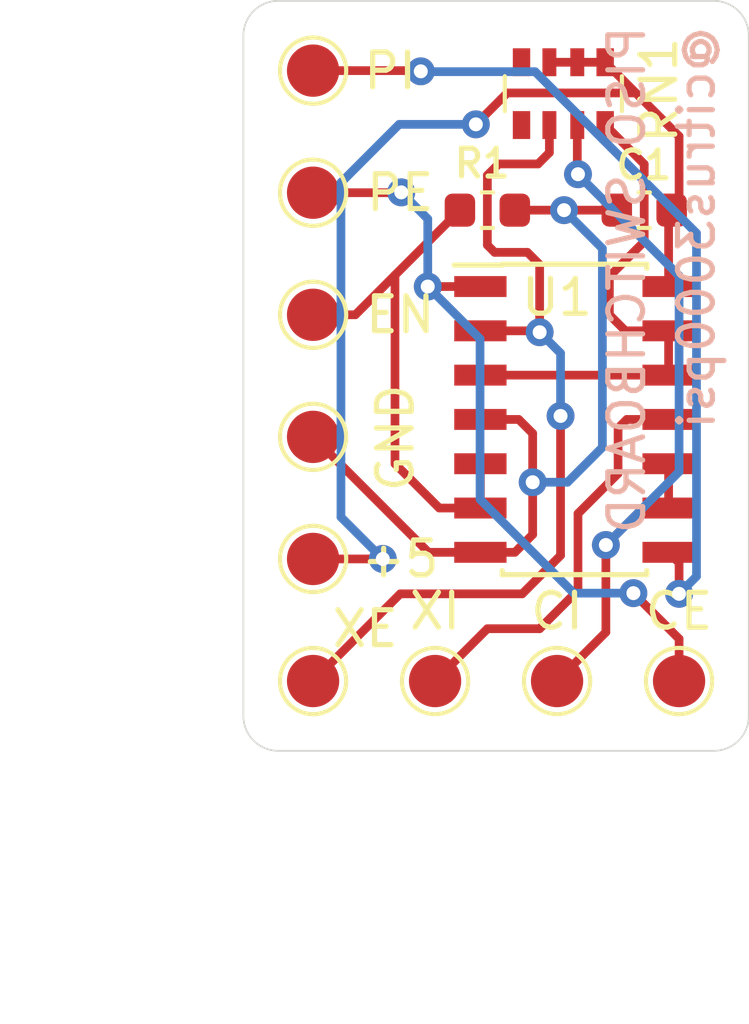
<source format=kicad_pcb>
(kicad_pcb (version 20171130) (host pcbnew "(5.1.0)-1")

  (general
    (thickness 1.6)
    (drawings 10)
    (tracks 114)
    (zones 0)
    (modules 13)
    (nets 12)
  )

  (page A4)
  (layers
    (0 F.Cu signal)
    (31 B.Cu signal)
    (32 B.Adhes user)
    (33 F.Adhes user)
    (34 B.Paste user)
    (35 F.Paste user)
    (36 B.SilkS user)
    (37 F.SilkS user)
    (38 B.Mask user)
    (39 F.Mask user)
    (40 Dwgs.User user)
    (41 Cmts.User user)
    (42 Eco1.User user)
    (43 Eco2.User user)
    (44 Edge.Cuts user)
    (45 Margin user)
    (46 B.CrtYd user)
    (47 F.CrtYd user)
    (48 B.Fab user)
    (49 F.Fab user hide)
  )

  (setup
    (last_trace_width 0.25)
    (trace_clearance 0.2)
    (zone_clearance 0.508)
    (zone_45_only no)
    (trace_min 0.2)
    (via_size 0.8)
    (via_drill 0.4)
    (via_min_size 0.4)
    (via_min_drill 0.3)
    (uvia_size 0.3)
    (uvia_drill 0.1)
    (uvias_allowed no)
    (uvia_min_size 0.2)
    (uvia_min_drill 0.1)
    (edge_width 0.05)
    (segment_width 0.2)
    (pcb_text_width 0.3)
    (pcb_text_size 1.5 1.5)
    (mod_edge_width 0.12)
    (mod_text_size 1 1)
    (mod_text_width 0.15)
    (pad_size 1.5 0.6)
    (pad_drill 0)
    (pad_to_mask_clearance 0.051)
    (solder_mask_min_width 0.25)
    (aux_axis_origin 0 0)
    (visible_elements FFFFEF7F)
    (pcbplotparams
      (layerselection 0x010f0_ffffffff)
      (usegerberextensions true)
      (usegerberattributes false)
      (usegerberadvancedattributes false)
      (creategerberjobfile false)
      (excludeedgelayer true)
      (linewidth 0.100000)
      (plotframeref false)
      (viasonmask false)
      (mode 1)
      (useauxorigin false)
      (hpglpennumber 1)
      (hpglpenspeed 20)
      (hpglpendiameter 15.000000)
      (psnegative false)
      (psa4output false)
      (plotreference true)
      (plotvalue true)
      (plotinvisibletext false)
      (padsonsilk false)
      (subtractmaskfromsilk false)
      (outputformat 1)
      (mirror false)
      (drillshape 0)
      (scaleselection 1)
      (outputdirectory "Gerber"))
  )

  (net 0 "")
  (net 1 /+5)
  (net 2 /GND)
  (net 3 /EN)
  (net 4 "Net-(RN1-Pad1)")
  (net 5 "Net-(RN1-Pad4)")
  (net 6 /XE)
  (net 7 /CI)
  (net 8 "Net-(RN1-Pad8)")
  (net 9 /CE)
  (net 10 /PI)
  (net 11 /XI)

  (net_class Default "This is the default net class."
    (clearance 0.2)
    (trace_width 0.25)
    (via_dia 0.8)
    (via_drill 0.4)
    (uvia_dia 0.3)
    (uvia_drill 0.1)
    (add_net /+5)
    (add_net /CE)
    (add_net /CI)
    (add_net /EN)
    (add_net /GND)
    (add_net /PI)
    (add_net /XE)
    (add_net /XI)
    (add_net "Net-(RN1-Pad1)")
    (add_net "Net-(RN1-Pad4)")
    (add_net "Net-(RN1-Pad8)")
  )

  (module TestPoint:TestPoint_Pad_D1.5mm (layer F.Cu) (tedit 5A0F774F) (tstamp 5E99518E)
    (at 112 124)
    (descr "SMD pad as test Point, diameter 1.5mm")
    (tags "test point SMD pad")
    (path /5E9B203C)
    (attr virtual)
    (fp_text reference J1 (at -5.5 -1.648) (layer F.SilkS) hide
      (effects (font (size 1 1) (thickness 0.15)))
    )
    (fp_text value PE (at 2.5 0) (layer F.SilkS)
      (effects (font (size 1 1) (thickness 0.15)))
    )
    (fp_text user %R (at -5.5 -0.5) (layer F.Fab)
      (effects (font (size 1 1) (thickness 0.15)))
    )
    (fp_circle (center 0 0) (end 1.25 0) (layer F.CrtYd) (width 0.05))
    (fp_circle (center 0 0) (end 0 0.95) (layer F.SilkS) (width 0.12))
    (pad 1 smd circle (at 0 0) (size 1.5 1.5) (layers F.Cu F.Mask)
      (net 9 /CE))
  )

  (module Capacitor_SMD:C_0603_1608Metric (layer F.Cu) (tedit 5B301BBE) (tstamp 5E98B2EE)
    (at 121.5 124.5 180)
    (descr "Capacitor SMD 0603 (1608 Metric), square (rectangular) end terminal, IPC_7351 nominal, (Body size source: http://www.tortai-tech.com/upload/download/2011102023233369053.pdf), generated with kicad-footprint-generator")
    (tags capacitor)
    (path /5E9999C8)
    (attr smd)
    (fp_text reference C1 (at 0.01 1.29 180) (layer F.SilkS)
      (effects (font (size 0.8 0.8) (thickness 0.15)))
    )
    (fp_text value .1u (at 0 1.43 180) (layer F.Fab)
      (effects (font (size 1 1) (thickness 0.15)))
    )
    (fp_line (start -0.8 0.4) (end -0.8 -0.4) (layer F.Fab) (width 0.1))
    (fp_line (start -0.8 -0.4) (end 0.8 -0.4) (layer F.Fab) (width 0.1))
    (fp_line (start 0.8 -0.4) (end 0.8 0.4) (layer F.Fab) (width 0.1))
    (fp_line (start 0.8 0.4) (end -0.8 0.4) (layer F.Fab) (width 0.1))
    (fp_line (start -0.162779 -0.51) (end 0.162779 -0.51) (layer F.SilkS) (width 0.12))
    (fp_line (start -0.162779 0.51) (end 0.162779 0.51) (layer F.SilkS) (width 0.12))
    (fp_line (start -1.48 0.73) (end -1.48 -0.73) (layer F.CrtYd) (width 0.05))
    (fp_line (start -1.48 -0.73) (end 1.48 -0.73) (layer F.CrtYd) (width 0.05))
    (fp_line (start 1.48 -0.73) (end 1.48 0.73) (layer F.CrtYd) (width 0.05))
    (fp_line (start 1.48 0.73) (end -1.48 0.73) (layer F.CrtYd) (width 0.05))
    (fp_text user %R (at 0 0 180) (layer F.Fab)
      (effects (font (size 0.4 0.4) (thickness 0.06)))
    )
    (pad 1 smd roundrect (at -0.7875 0 180) (size 0.875 0.95) (layers F.Cu F.Paste F.Mask) (roundrect_rratio 0.25)
      (net 1 /+5))
    (pad 2 smd roundrect (at 0.7875 0 180) (size 0.875 0.95) (layers F.Cu F.Paste F.Mask) (roundrect_rratio 0.25)
      (net 2 /GND))
    (model ${KISYS3DMOD}/Capacitor_SMD.3dshapes/C_0603_1608Metric.wrl
      (at (xyz 0 0 0))
      (scale (xyz 1 1 1))
      (rotate (xyz 0 0 0))
    )
  )

  (module Resistor_SMD:R_0603_1608Metric (layer F.Cu) (tedit 5B301BBD) (tstamp 5E98B2FF)
    (at 117 124.5)
    (descr "Resistor SMD 0603 (1608 Metric), square (rectangular) end terminal, IPC_7351 nominal, (Body size source: http://www.tortai-tech.com/upload/download/2011102023233369053.pdf), generated with kicad-footprint-generator")
    (tags resistor)
    (path /5E998C4A)
    (attr smd)
    (fp_text reference R1 (at -0.15 -1.34 180) (layer F.SilkS)
      (effects (font (size 0.8 0.8) (thickness 0.15)))
    )
    (fp_text value 47K (at 0 1.43) (layer F.Fab)
      (effects (font (size 1 1) (thickness 0.15)))
    )
    (fp_line (start -0.8 0.4) (end -0.8 -0.4) (layer F.Fab) (width 0.1))
    (fp_line (start -0.8 -0.4) (end 0.8 -0.4) (layer F.Fab) (width 0.1))
    (fp_line (start 0.8 -0.4) (end 0.8 0.4) (layer F.Fab) (width 0.1))
    (fp_line (start 0.8 0.4) (end -0.8 0.4) (layer F.Fab) (width 0.1))
    (fp_line (start -0.162779 -0.51) (end 0.162779 -0.51) (layer F.SilkS) (width 0.12))
    (fp_line (start -0.162779 0.51) (end 0.162779 0.51) (layer F.SilkS) (width 0.12))
    (fp_line (start -1.48 0.73) (end -1.48 -0.73) (layer F.CrtYd) (width 0.05))
    (fp_line (start -1.48 -0.73) (end 1.48 -0.73) (layer F.CrtYd) (width 0.05))
    (fp_line (start 1.48 -0.73) (end 1.48 0.73) (layer F.CrtYd) (width 0.05))
    (fp_line (start 1.48 0.73) (end -1.48 0.73) (layer F.CrtYd) (width 0.05))
    (fp_text user %R (at 0 0) (layer F.Fab)
      (effects (font (size 0.4 0.4) (thickness 0.06)))
    )
    (pad 1 smd roundrect (at -0.7875 0) (size 0.875 0.95) (layers F.Cu F.Paste F.Mask) (roundrect_rratio 0.25)
      (net 3 /EN))
    (pad 2 smd roundrect (at 0.7875 0) (size 0.875 0.95) (layers F.Cu F.Paste F.Mask) (roundrect_rratio 0.25)
      (net 2 /GND))
    (model ${KISYS3DMOD}/Resistor_SMD.3dshapes/R_0603_1608Metric.wrl
      (at (xyz 0 0 0))
      (scale (xyz 1 1 1))
      (rotate (xyz 0 0 0))
    )
  )

  (module Package_SO:SOIC-14_3.9x8.7mm_P1.27mm (layer F.Cu) (tedit 5E98C1B1) (tstamp 5E98B339)
    (at 119.5 130.5)
    (descr "14-Lead Plastic Small Outline (SL) - Narrow, 3.90 mm Body [SOIC] (see Microchip Packaging Specification 00000049BS.pdf)")
    (tags "SOIC 1.27")
    (path /5E98AD9B)
    (attr smd)
    (fp_text reference U1 (at -0.5 -3.5) (layer F.SilkS)
      (effects (font (size 1 1) (thickness 0.15)))
    )
    (fp_text value 4066 (at 0 5.375) (layer F.Fab)
      (effects (font (size 1 1) (thickness 0.15)))
    )
    (fp_text user %R (at 0 0) (layer F.Fab)
      (effects (font (size 0.9 0.9) (thickness 0.135)))
    )
    (fp_line (start -0.95 -4.35) (end 1.95 -4.35) (layer F.Fab) (width 0.15))
    (fp_line (start 1.95 -4.35) (end 1.95 4.35) (layer F.Fab) (width 0.15))
    (fp_line (start 1.95 4.35) (end -1.95 4.35) (layer F.Fab) (width 0.15))
    (fp_line (start -1.95 4.35) (end -1.95 -3.35) (layer F.Fab) (width 0.15))
    (fp_line (start -1.95 -3.35) (end -0.95 -4.35) (layer F.Fab) (width 0.15))
    (fp_line (start -3.7 -4.65) (end -3.7 4.65) (layer F.CrtYd) (width 0.05))
    (fp_line (start 3.7 -4.65) (end 3.7 4.65) (layer F.CrtYd) (width 0.05))
    (fp_line (start -3.7 -4.65) (end 3.7 -4.65) (layer F.CrtYd) (width 0.05))
    (fp_line (start -3.7 4.65) (end 3.7 4.65) (layer F.CrtYd) (width 0.05))
    (fp_line (start -2.075 -4.45) (end -2.075 -4.425) (layer F.SilkS) (width 0.15))
    (fp_line (start 2.075 -4.45) (end 2.075 -4.335) (layer F.SilkS) (width 0.15))
    (fp_line (start 2.075 4.45) (end 2.075 4.335) (layer F.SilkS) (width 0.15))
    (fp_line (start -2.075 4.45) (end -2.075 4.335) (layer F.SilkS) (width 0.15))
    (fp_line (start -2.075 -4.45) (end 2.075 -4.45) (layer F.SilkS) (width 0.15))
    (fp_line (start -2.075 4.45) (end 2.075 4.45) (layer F.SilkS) (width 0.15))
    (fp_line (start -2.075 -4.425) (end -3.45 -4.425) (layer F.SilkS) (width 0.15))
    (pad 1 smd rect (at -2.7 -3.81) (size 1.5 0.6) (layers F.Cu F.Paste F.Mask)
      (net 9 /CE))
    (pad 2 smd rect (at -2.7 -2.54) (size 1.5 0.6) (layers F.Cu F.Paste F.Mask)
      (net 6 /XE))
    (pad 3 smd rect (at -2.7 -1.27) (size 1.5 0.6) (layers F.Cu F.Paste F.Mask)
      (net 5 "Net-(RN1-Pad4)"))
    (pad 4 smd rect (at -2.7 0) (size 1.5 0.6) (layers F.Cu F.Paste F.Mask)
      (net 2 /GND))
    (pad 5 smd rect (at -2.7 1.27) (size 1.5 0.6) (layers F.Cu F.Paste F.Mask)
      (net 3 /EN))
    (pad 6 smd rect (at -2.7 2.54) (size 1.5 0.6) (layers F.Cu F.Paste F.Mask)
      (net 3 /EN))
    (pad 7 smd rect (at -2.7 3.81) (size 1.5 0.6) (layers F.Cu F.Paste F.Mask)
      (net 2 /GND))
    (pad 8 smd rect (at 2.7 3.81) (size 1.5 0.6) (layers F.Cu F.Paste F.Mask)
      (net 10 /PI))
    (pad 9 smd rect (at 2.7 2.54) (size 1.5 0.6) (layers F.Cu F.Paste F.Mask)
      (net 7 /CI))
    (pad 10 smd rect (at 2.7 1.27) (size 1.5 0.6) (layers F.Cu F.Paste F.Mask)
      (net 7 /CI))
    (pad 11 smd rect (at 2.7 0) (size 1.5 0.6) (layers F.Cu F.Paste F.Mask)
      (net 11 /XI))
    (pad 12 smd rect (at 2.7 -1.27) (size 1.5 0.6) (layers F.Cu F.Paste F.Mask)
      (net 5 "Net-(RN1-Pad4)"))
    (pad 13 smd rect (at 2.7 -2.54) (size 1.5 0.6) (layers F.Cu F.Paste F.Mask)
      (net 5 "Net-(RN1-Pad4)"))
    (pad 14 smd rect (at 2.7 -3.81) (size 1.5 0.6) (layers F.Cu F.Paste F.Mask)
      (net 1 /+5))
    (model ${KISYS3DMOD}/Package_SO.3dshapes/SOIC-14_3.9x8.7mm_P1.27mm.wrl
      (at (xyz 0 0 0))
      (scale (xyz 1 1 1))
      (rotate (xyz 0 0 0))
    )
  )

  (module TestPoint:TestPoint_Pad_D1.5mm (layer F.Cu) (tedit 5A0F774F) (tstamp 5E994C5B)
    (at 122.5 138)
    (descr "SMD pad as test Point, diameter 1.5mm")
    (tags "test point SMD pad")
    (path /5E9B2E02)
    (attr virtual)
    (fp_text reference J2 (at 0 5) (layer F.SilkS) hide
      (effects (font (size 1 1) (thickness 0.15)))
    )
    (fp_text value CE (at 0 -2) (layer F.SilkS)
      (effects (font (size 1 1) (thickness 0.15)))
    )
    (fp_text user %R (at 0 8) (layer F.Fab)
      (effects (font (size 1 1) (thickness 0.15)))
    )
    (fp_circle (center 0 0) (end 1.25 0) (layer F.CrtYd) (width 0.05))
    (fp_circle (center 0 0) (end 0 0.95) (layer F.SilkS) (width 0.12))
    (pad 1 smd circle (at 0 0) (size 1.5 1.5) (layers F.Cu F.Mask)
      (net 9 /CE))
  )

  (module TestPoint:TestPoint_Pad_D1.5mm (layer F.Cu) (tedit 5A0F774F) (tstamp 5E995D2F)
    (at 115.5 138)
    (descr "SMD pad as test Point, diameter 1.5mm")
    (tags "test point SMD pad")
    (path /5E9B4617)
    (attr virtual)
    (fp_text reference J3 (at 0 6) (layer F.SilkS) hide
      (effects (font (size 1 1) (thickness 0.15)))
    )
    (fp_text value XI (at 0 -2) (layer F.SilkS)
      (effects (font (size 1 1) (thickness 0.15)))
    )
    (fp_circle (center 0 0) (end 0 0.95) (layer F.SilkS) (width 0.12))
    (fp_circle (center 0 0) (end 1.25 0) (layer F.CrtYd) (width 0.05))
    (fp_text user %R (at 0 8) (layer F.Fab)
      (effects (font (size 1 1) (thickness 0.15)))
    )
    (pad 1 smd circle (at 0 0) (size 1.5 1.5) (layers F.Cu F.Mask)
      (net 11 /XI))
  )

  (module TestPoint:TestPoint_Pad_D1.5mm (layer F.Cu) (tedit 5A0F774F) (tstamp 5E994C6B)
    (at 112 138)
    (descr "SMD pad as test Point, diameter 1.5mm")
    (tags "test point SMD pad")
    (path /5E9B4621)
    (attr virtual)
    (fp_text reference J4 (at -5 -4) (layer F.SilkS) hide
      (effects (font (size 1 1) (thickness 0.15)))
    )
    (fp_text value XE (at 1.5 -1.5) (layer F.SilkS)
      (effects (font (size 1 1) (thickness 0.15)))
    )
    (fp_text user %R (at -8 -4) (layer F.Fab)
      (effects (font (size 1 1) (thickness 0.15)))
    )
    (fp_circle (center 0 0) (end 1.25 0) (layer F.CrtYd) (width 0.05))
    (fp_circle (center 0 0) (end 0 0.95) (layer F.SilkS) (width 0.12))
    (pad 1 smd circle (at 0 0) (size 1.5 1.5) (layers F.Cu F.Mask)
      (net 6 /XE))
  )

  (module TestPoint:TestPoint_Pad_D1.5mm (layer F.Cu) (tedit 5A0F774F) (tstamp 5E994C73)
    (at 119 138)
    (descr "SMD pad as test Point, diameter 1.5mm")
    (tags "test point SMD pad")
    (path /5E9B6C47)
    (attr virtual)
    (fp_text reference J5 (at 0 5) (layer F.SilkS) hide
      (effects (font (size 1 1) (thickness 0.15)))
    )
    (fp_text value CI (at 0 -2) (layer F.SilkS)
      (effects (font (size 1 1) (thickness 0.15)))
    )
    (fp_circle (center 0 0) (end 0 0.95) (layer F.SilkS) (width 0.12))
    (fp_circle (center 0 0) (end 1.25 0) (layer F.CrtYd) (width 0.05))
    (fp_text user %R (at 0 9) (layer F.Fab)
      (effects (font (size 1 1) (thickness 0.15)))
    )
    (pad 1 smd circle (at 0 0) (size 1.5 1.5) (layers F.Cu F.Mask)
      (net 7 /CI))
  )

  (module TestPoint:TestPoint_Pad_D1.5mm (layer F.Cu) (tedit 5A0F774F) (tstamp 5E994C7B)
    (at 112 127.5)
    (descr "SMD pad as test Point, diameter 1.5mm")
    (tags "test point SMD pad")
    (path /5E9B6C51)
    (attr virtual)
    (fp_text reference J6 (at -7 -1) (layer F.SilkS) hide
      (effects (font (size 1 1) (thickness 0.15)))
    )
    (fp_text value EN (at 2.5 0) (layer F.SilkS)
      (effects (font (size 1 1) (thickness 0.15)))
    )
    (fp_text user %R (at -5 -1) (layer F.Fab)
      (effects (font (size 1 1) (thickness 0.15)))
    )
    (fp_circle (center 0 0) (end 1.25 0) (layer F.CrtYd) (width 0.05))
    (fp_circle (center 0 0) (end 0 0.95) (layer F.SilkS) (width 0.12))
    (pad 1 smd circle (at 0 0) (size 1.5 1.5) (layers F.Cu F.Mask)
      (net 3 /EN))
  )

  (module TestPoint:TestPoint_Pad_D1.5mm (layer F.Cu) (tedit 5A0F774F) (tstamp 5E994C83)
    (at 112 120.5)
    (descr "SMD pad as test Point, diameter 1.5mm")
    (tags "test point SMD pad")
    (path /5E9B6C5B)
    (attr virtual)
    (fp_text reference J7 (at -6 0) (layer F.SilkS) hide
      (effects (font (size 1 1) (thickness 0.15)))
    )
    (fp_text value PI (at 2.21 0.01) (layer F.SilkS)
      (effects (font (size 1 1) (thickness 0.15)))
    )
    (fp_circle (center 0 0) (end 0 0.95) (layer F.SilkS) (width 0.12))
    (fp_circle (center 0 0) (end 1.25 0) (layer F.CrtYd) (width 0.05))
    (fp_text user %R (at -5 0) (layer F.Fab)
      (effects (font (size 1 1) (thickness 0.15)))
    )
    (pad 1 smd circle (at 0 0) (size 1.5 1.5) (layers F.Cu F.Mask)
      (net 10 /PI))
  )

  (module TestPoint:TestPoint_Pad_D1.5mm (layer F.Cu) (tedit 5A0F774F) (tstamp 5E994C8B)
    (at 112 134.5)
    (descr "SMD pad as test Point, diameter 1.5mm")
    (tags "test point SMD pad")
    (path /5E9BBDB9)
    (attr virtual)
    (fp_text reference J8 (at -6 -2) (layer F.SilkS) hide
      (effects (font (size 1 1) (thickness 0.15)))
    )
    (fp_text value +5 (at 2.5 0) (layer F.SilkS)
      (effects (font (size 1 1) (thickness 0.15)))
    )
    (fp_text user %R (at -6 -2) (layer F.Fab)
      (effects (font (size 1 1) (thickness 0.15)))
    )
    (fp_circle (center 0 0) (end 1.25 0) (layer F.CrtYd) (width 0.05))
    (fp_circle (center 0 0) (end 0 0.95) (layer F.SilkS) (width 0.12))
    (pad 1 smd circle (at 0 0) (size 1.5 1.5) (layers F.Cu F.Mask)
      (net 1 /+5))
  )

  (module TestPoint:TestPoint_Pad_D1.5mm (layer F.Cu) (tedit 5A0F774F) (tstamp 5E994C93)
    (at 112 131)
    (descr "SMD pad as test Point, diameter 1.5mm")
    (tags "test point SMD pad")
    (path /5E9BC018)
    (attr virtual)
    (fp_text reference J9 (at -7 -2) (layer F.SilkS) hide
      (effects (font (size 1 1) (thickness 0.15)))
    )
    (fp_text value GND (at 2.36 0.03 90) (layer F.SilkS)
      (effects (font (size 1 1) (thickness 0.15)))
    )
    (fp_circle (center 0 0) (end 0 0.95) (layer F.SilkS) (width 0.12))
    (fp_circle (center 0 0) (end 1.25 0) (layer F.CrtYd) (width 0.05))
    (fp_text user %R (at -7 -2) (layer F.Fab)
      (effects (font (size 1 1) (thickness 0.15)))
    )
    (pad 1 smd circle (at 0 0) (size 1.5 1.5) (layers F.Cu F.Mask)
      (net 2 /GND))
  )

  (module Resistor_SMD:R_Array_Convex_4x0603 (layer F.Cu) (tedit 58E0A8B2) (tstamp 5E995C17)
    (at 119.18 121.16 90)
    (descr "Chip Resistor Network, ROHM MNR14 (see mnr_g.pdf)")
    (tags "resistor array")
    (path /5E998132)
    (attr smd)
    (fp_text reference RN1 (at 0.1 2.74 90) (layer F.SilkS)
      (effects (font (size 1 1) (thickness 0.15)))
    )
    (fp_text value 10K (at 0 2.8 90) (layer F.Fab)
      (effects (font (size 1 1) (thickness 0.15)))
    )
    (fp_text user %R (at 0 0 180) (layer F.Fab)
      (effects (font (size 0.5 0.5) (thickness 0.075)))
    )
    (fp_line (start -0.8 -1.6) (end 0.8 -1.6) (layer F.Fab) (width 0.1))
    (fp_line (start 0.8 -1.6) (end 0.8 1.6) (layer F.Fab) (width 0.1))
    (fp_line (start 0.8 1.6) (end -0.8 1.6) (layer F.Fab) (width 0.1))
    (fp_line (start -0.8 1.6) (end -0.8 -1.6) (layer F.Fab) (width 0.1))
    (fp_line (start 0.5 1.68) (end -0.5 1.68) (layer F.SilkS) (width 0.12))
    (fp_line (start 0.5 -1.68) (end -0.5 -1.68) (layer F.SilkS) (width 0.12))
    (fp_line (start -1.55 -1.85) (end 1.55 -1.85) (layer F.CrtYd) (width 0.05))
    (fp_line (start -1.55 -1.85) (end -1.55 1.85) (layer F.CrtYd) (width 0.05))
    (fp_line (start 1.55 1.85) (end 1.55 -1.85) (layer F.CrtYd) (width 0.05))
    (fp_line (start 1.55 1.85) (end -1.55 1.85) (layer F.CrtYd) (width 0.05))
    (pad 1 smd rect (at -0.9 -1.2 90) (size 0.8 0.5) (layers F.Cu F.Paste F.Mask)
      (net 4 "Net-(RN1-Pad1)"))
    (pad 3 smd rect (at -0.9 0.4 90) (size 0.8 0.4) (layers F.Cu F.Paste F.Mask)
      (net 7 /CI))
    (pad 2 smd rect (at -0.9 -0.4 90) (size 0.8 0.4) (layers F.Cu F.Paste F.Mask)
      (net 6 /XE))
    (pad 4 smd rect (at -0.9 1.2 90) (size 0.8 0.5) (layers F.Cu F.Paste F.Mask)
      (net 5 "Net-(RN1-Pad4)"))
    (pad 7 smd rect (at 0.9 -0.4 90) (size 0.8 0.4) (layers F.Cu F.Paste F.Mask)
      (net 1 /+5))
    (pad 8 smd rect (at 0.9 -1.2 90) (size 0.8 0.5) (layers F.Cu F.Paste F.Mask)
      (net 8 "Net-(RN1-Pad8)"))
    (pad 6 smd rect (at 0.9 0.4 90) (size 0.8 0.4) (layers F.Cu F.Paste F.Mask)
      (net 1 /+5))
    (pad 5 smd rect (at 0.9 1.2 90) (size 0.8 0.5) (layers F.Cu F.Paste F.Mask)
      (net 1 /+5))
    (model ${KISYS3DMOD}/Resistor_SMD.3dshapes/R_Array_Convex_4x0603.wrl
      (at (xyz 0 0 0))
      (scale (xyz 1 1 1))
      (rotate (xyz 0 0 0))
    )
  )

  (gr_text @citrus3000psi (at 123 125 90) (layer B.SilkS) (tstamp 5E9962A3)
    (effects (font (size 1 1) (thickness 0.15)) (justify mirror))
  )
  (gr_text "PISO SWITCHBOARD" (at 121 126.5 90) (layer B.SilkS)
    (effects (font (size 1 1) (thickness 0.15)) (justify mirror))
  )
  (gr_arc (start 123.5 139) (end 123.5 140) (angle -90) (layer Edge.Cuts) (width 0.05) (tstamp 5E995843))
  (gr_arc (start 111 139) (end 110 139) (angle -90) (layer Edge.Cuts) (width 0.05) (tstamp 5E99583A))
  (gr_arc (start 111 119.5) (end 111 118.5) (angle -90) (layer Edge.Cuts) (width 0.05) (tstamp 5E99582E))
  (gr_arc (start 123.5 119.5) (end 124.5 119.5) (angle -90) (layer Edge.Cuts) (width 0.05))
  (gr_line (start 110 119.5) (end 110 139) (layer Edge.Cuts) (width 0.05) (tstamp 5E995740))
  (gr_line (start 123.5 118.5) (end 111 118.5) (layer Edge.Cuts) (width 0.05))
  (gr_line (start 124.5 139) (end 124.5 119.5) (layer Edge.Cuts) (width 0.05))
  (gr_line (start 111 140) (end 123.5 140) (layer Edge.Cuts) (width 0.05))

  (segment (start 122.2 124.5875) (end 122.2875 124.5) (width 0.25) (layer F.Cu) (net 1))
  (segment (start 122.2 126.69) (end 122.2 124.5875) (width 0.25) (layer F.Cu) (net 1))
  (segment (start 114 134.5) (end 112.8 133.3) (width 0.25) (layer B.Cu) (net 1))
  (via (at 114 134.5) (size 0.8) (drill 0.4) (layers F.Cu B.Cu) (net 1))
  (segment (start 114 134.5) (end 112 134.5) (width 0.25) (layer F.Cu) (net 1))
  (segment (start 122.5 124.2875) (end 122.2875 124.5) (width 0.25) (layer F.Cu) (net 1))
  (segment (start 122.5 122.38) (end 122.5 124.2875) (width 0.25) (layer F.Cu) (net 1))
  (segment (start 118.78 120.26) (end 120.38 120.26) (width 0.25) (layer F.Cu) (net 1))
  (segment (start 121.26 121.14) (end 117.57 121.14) (width 0.25) (layer F.Cu) (net 1))
  (segment (start 121.26 121.14) (end 122.5 122.38) (width 0.25) (layer F.Cu) (net 1))
  (segment (start 120.38 120.26) (end 121.26 121.14) (width 0.25) (layer F.Cu) (net 1))
  (segment (start 117.57 121.14) (end 116.67 122.04) (width 0.25) (layer F.Cu) (net 1))
  (via (at 116.67 122.04) (size 0.8) (drill 0.4) (layers F.Cu B.Cu) (net 1))
  (segment (start 114.47 122.04) (end 112.8 123.71) (width 0.25) (layer B.Cu) (net 1))
  (segment (start 116.67 122.04) (end 114.47 122.04) (width 0.25) (layer B.Cu) (net 1))
  (segment (start 112.8 133.3) (end 112.8 123.71) (width 0.25) (layer B.Cu) (net 1))
  (segment (start 116.8 134.31) (end 117.79 134.31) (width 0.25) (layer F.Cu) (net 2))
  (segment (start 117.79 134.31) (end 118.3 133.8) (width 0.25) (layer F.Cu) (net 2))
  (segment (start 117.9 130.5) (end 116.8 130.5) (width 0.25) (layer F.Cu) (net 2))
  (segment (start 118.3 130.9) (end 117.9 130.5) (width 0.25) (layer F.Cu) (net 2))
  (via (at 118.3 132.3) (size 0.8) (drill 0.4) (layers F.Cu B.Cu) (net 2))
  (segment (start 118.3 132.3) (end 118.3 130.9) (width 0.25) (layer F.Cu) (net 2))
  (segment (start 118.3 133.8) (end 118.3 132.3) (width 0.25) (layer F.Cu) (net 2))
  (segment (start 118.3 132.3) (end 119.3 132.3) (width 0.25) (layer B.Cu) (net 2))
  (segment (start 119.3 132.3) (end 120.3 131.3) (width 0.25) (layer B.Cu) (net 2))
  (segment (start 120.3 131.3) (end 120.3 125.6) (width 0.25) (layer B.Cu) (net 2))
  (via (at 119.2 124.5) (size 0.8) (drill 0.4) (layers F.Cu B.Cu) (net 2))
  (segment (start 120.3 125.6) (end 119.2 124.5) (width 0.25) (layer B.Cu) (net 2))
  (segment (start 117.7875 124.5) (end 119.2 124.5) (width 0.25) (layer F.Cu) (net 2))
  (segment (start 119.2 124.5) (end 120.7125 124.5) (width 0.25) (layer F.Cu) (net 2))
  (segment (start 115.31 134.31) (end 112 131) (width 0.25) (layer F.Cu) (net 2))
  (segment (start 116.8 134.31) (end 115.31 134.31) (width 0.25) (layer F.Cu) (net 2))
  (segment (start 116.8 131.77) (end 116.8 133.04) (width 0.25) (layer F.Cu) (net 3))
  (segment (start 114.35 126.3625) (end 116.2125 124.5) (width 0.25) (layer F.Cu) (net 3))
  (segment (start 114.35 130.77) (end 114.35 126.3625) (width 0.25) (layer F.Cu) (net 3))
  (segment (start 116.8 133.04) (end 115.62 133.04) (width 0.25) (layer F.Cu) (net 3))
  (segment (start 114.35 131.77) (end 114.35 130.77) (width 0.25) (layer F.Cu) (net 3))
  (segment (start 115.62 133.04) (end 114.35 131.77) (width 0.25) (layer F.Cu) (net 3))
  (segment (start 113.2125 127.5) (end 114.35 126.3625) (width 0.25) (layer F.Cu) (net 3))
  (segment (start 112 127.5) (end 113.2125 127.5) (width 0.25) (layer F.Cu) (net 3))
  (segment (start 116.8 129.23) (end 122.2 129.23) (width 0.25) (layer F.Cu) (net 5))
  (segment (start 122.2 129.23) (end 122.2 127.96) (width 0.25) (layer F.Cu) (net 5))
  (segment (start 120.96 127.96) (end 122.2 127.96) (width 0.25) (layer F.Cu) (net 5))
  (segment (start 120.5 127.5) (end 120.96 127.96) (width 0.25) (layer F.Cu) (net 5))
  (segment (start 120.5 126.4) (end 120.5 127.5) (width 0.25) (layer F.Cu) (net 5))
  (segment (start 121.5 125.4) (end 120.5 126.4) (width 0.25) (layer F.Cu) (net 5))
  (segment (start 120.38 122.06) (end 121.5 123.18) (width 0.25) (layer F.Cu) (net 5))
  (segment (start 121.5 123.18) (end 121.5 125.4) (width 0.25) (layer F.Cu) (net 5))
  (via (at 118.5 128) (size 0.8) (drill 0.4) (layers F.Cu B.Cu) (net 6))
  (via (at 119.1 130.4) (size 0.8) (drill 0.4) (layers F.Cu B.Cu) (net 6))
  (segment (start 119.1 128.6) (end 118.5 128) (width 0.25) (layer B.Cu) (net 6))
  (segment (start 119.1 130.4) (end 119.1 128.6) (width 0.25) (layer B.Cu) (net 6))
  (segment (start 118.5 127.96) (end 118.5 126.06) (width 0.25) (layer F.Cu) (net 6))
  (segment (start 118.15 125.71) (end 117.21 125.71) (width 0.25) (layer F.Cu) (net 6))
  (segment (start 116.8 127.96) (end 118.5 127.96) (width 0.25) (layer F.Cu) (net 6))
  (segment (start 117.21 125.71) (end 117 125.5) (width 0.25) (layer F.Cu) (net 6))
  (segment (start 118.5 126.06) (end 118.15 125.71) (width 0.25) (layer F.Cu) (net 6))
  (segment (start 117 125.5) (end 117 123.5) (width 0.25) (layer F.Cu) (net 6))
  (segment (start 112.01 138) (end 112 138) (width 0.25) (layer F.Cu) (net 6))
  (segment (start 119.1 134.4) (end 119.1 130.4) (width 0.25) (layer F.Cu) (net 6))
  (segment (start 118 135.5) (end 119.1 134.4) (width 0.25) (layer F.Cu) (net 6))
  (segment (start 112 138) (end 114.5 135.5) (width 0.25) (layer F.Cu) (net 6))
  (segment (start 114.5 135.5) (end 118 135.5) (width 0.25) (layer F.Cu) (net 6))
  (segment (start 118.78 122.06) (end 118.78 122.85) (width 0.25) (layer F.Cu) (net 6))
  (segment (start 118.455 123.175) (end 117.325 123.175) (width 0.25) (layer F.Cu) (net 6))
  (segment (start 118.78 122.85) (end 118.455 123.175) (width 0.25) (layer F.Cu) (net 6))
  (segment (start 117 123.5) (end 117.325 123.175) (width 0.25) (layer F.Cu) (net 6))
  (segment (start 122.2 133.04) (end 122.2 131.77) (width 0.25) (layer F.Cu) (net 7))
  (segment (start 120.4 134.1) (end 121.46 133.04) (width 0.25) (layer F.Cu) (net 7))
  (segment (start 121.46 133.04) (end 122.2 133.04) (width 0.25) (layer F.Cu) (net 7))
  (via (at 120.4 134.1) (size 0.8) (drill 0.4) (layers F.Cu B.Cu) (net 7))
  (segment (start 120.4 136.6) (end 119 138) (width 0.25) (layer F.Cu) (net 7))
  (segment (start 120.4 134.1) (end 120.4 136.6) (width 0.25) (layer F.Cu) (net 7))
  (segment (start 119.58 123.45) (end 119.58 122.06) (width 0.25) (layer F.Cu) (net 7))
  (segment (start 119.6 123.47) (end 119.6 123.48) (width 0.25) (layer B.Cu) (net 7))
  (via (at 119.6 123.47) (size 0.8) (drill 0.4) (layers F.Cu B.Cu) (net 7))
  (segment (start 119.6 123.48) (end 122.5 126.38) (width 0.25) (layer B.Cu) (net 7))
  (segment (start 122.5 126.38) (end 122.5 132) (width 0.25) (layer B.Cu) (net 7))
  (segment (start 122.5 132) (end 120.4 134.1) (width 0.25) (layer B.Cu) (net 7))
  (segment (start 119.6 123.47) (end 119.58 123.45) (width 0.25) (layer F.Cu) (net 7))
  (via (at 115.29 126.69) (size 0.8) (drill 0.4) (layers F.Cu B.Cu) (net 9))
  (segment (start 115.29 126.69) (end 116.8 126.69) (width 0.25) (layer F.Cu) (net 9))
  (segment (start 116.79 128.19) (end 115.29 126.69) (width 0.25) (layer B.Cu) (net 9))
  (segment (start 121.19 135.48) (end 119.48 135.48) (width 0.25) (layer B.Cu) (net 9))
  (segment (start 119.48 135.48) (end 116.79 132.79) (width 0.25) (layer B.Cu) (net 9))
  (segment (start 116.79 132.79) (end 116.79 128.19) (width 0.25) (layer B.Cu) (net 9))
  (via (at 121.19 135.48) (size 0.8) (drill 0.4) (layers F.Cu B.Cu) (net 9))
  (segment (start 122.5 136.79) (end 122.5 138) (width 0.25) (layer F.Cu) (net 9))
  (segment (start 121.19 135.48) (end 122.5 136.79) (width 0.25) (layer F.Cu) (net 9))
  (via (at 114.53 123.99) (size 0.8) (drill 0.4) (layers F.Cu B.Cu) (net 9))
  (segment (start 114.52 124) (end 112 124) (width 0.25) (layer F.Cu) (net 9))
  (segment (start 114.53 123.99) (end 114.52 124) (width 0.25) (layer F.Cu) (net 9))
  (segment (start 115.29 124.75) (end 115.29 126.69) (width 0.25) (layer B.Cu) (net 9))
  (segment (start 114.53 123.99) (end 115.29 124.75) (width 0.25) (layer B.Cu) (net 9))
  (via (at 122.5 135.5) (size 0.8) (drill 0.4) (layers F.Cu B.Cu) (net 10))
  (segment (start 122.2 134.31) (end 122.5 134.61) (width 0.25) (layer F.Cu) (net 10))
  (segment (start 122.5 134.61) (end 122.5 135.5) (width 0.25) (layer F.Cu) (net 10))
  (segment (start 115.09 120.52) (end 115.07 120.5) (width 0.25) (layer F.Cu) (net 10))
  (via (at 115.09 120.52) (size 0.8) (drill 0.4) (layers F.Cu B.Cu) (net 10))
  (segment (start 115.07 120.5) (end 112 120.5) (width 0.25) (layer F.Cu) (net 10))
  (segment (start 123 135) (end 122.5 135.5) (width 0.25) (layer B.Cu) (net 10))
  (segment (start 123 125.16) (end 123 135) (width 0.25) (layer B.Cu) (net 10))
  (segment (start 118.37 120.53) (end 123 125.16) (width 0.25) (layer B.Cu) (net 10))
  (segment (start 115.09 120.52) (end 115.1 120.53) (width 0.25) (layer B.Cu) (net 10))
  (segment (start 115.1 120.53) (end 118.37 120.53) (width 0.25) (layer B.Cu) (net 10))
  (segment (start 116 138) (end 116 137.99) (width 0.25) (layer F.Cu) (net 11))
  (segment (start 117 136.5) (end 115.5 138) (width 0.25) (layer F.Cu) (net 11))
  (segment (start 122.2 130.5) (end 121 130.5) (width 0.25) (layer F.Cu) (net 11))
  (segment (start 121 130.5) (end 120.75 130.75) (width 0.25) (layer F.Cu) (net 11))
  (segment (start 120.75 130.75) (end 120.75 132.05) (width 0.25) (layer F.Cu) (net 11))
  (segment (start 118.5 136.5) (end 117 136.5) (width 0.25) (layer F.Cu) (net 11))
  (segment (start 120.75 132.05) (end 119.6 133.2) (width 0.25) (layer F.Cu) (net 11))
  (segment (start 119.6 133.2) (end 119.6 135.4) (width 0.25) (layer F.Cu) (net 11))
  (segment (start 119.6 135.4) (end 118.5 136.5) (width 0.25) (layer F.Cu) (net 11))

)

</source>
